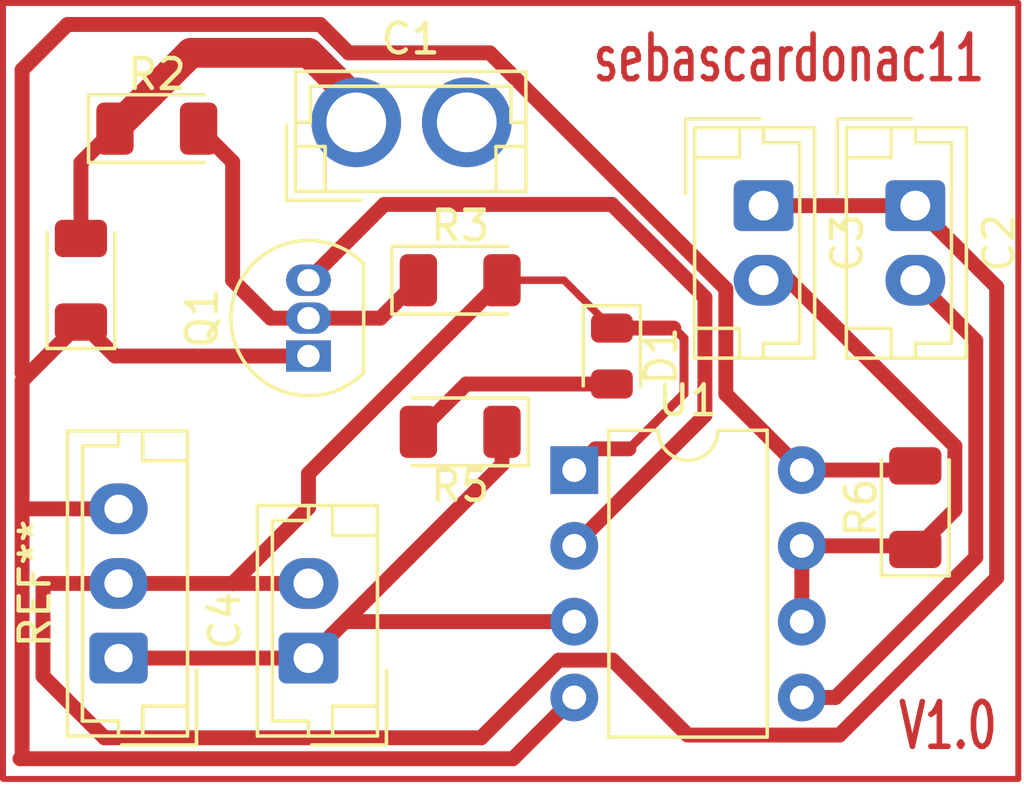
<source format=kicad_pcb>
(kicad_pcb (version 20221018) (generator pcbnew)
  (layers (0 "F.Cu" signal) (31 "B.Cu" signal) (34 "B.Paste" user) (35 "F.Paste" user) (36 "B.SilkS" user "B.Silkscreen") (37 "F.SilkS" user "F.Silkscreen") (38 "B.Mask" user) (39 "F.Mask" user) (44 "Edge.Cuts" user))
  (net 0 "")
  (net 1 "Net-(C1-Pad1)")
  (net 3 "GND")
  (net 4 "Net-(U1-CV)")
  (net 5 "Net-(U1-DIS)")
  (net 6 "Net-(U1-Q)")
  (net 7 "Net-(D1-A)")
  (net 8 "+5V")
  (net 9 "Net-(Q1-E)")
  (footprint "Diode_SMD:D_1206_3216Metric" (layer "F.Cu") (at 29.91 22.29)
    (fp_text reference "R3" (at 0 -1.82) (layer "F.SilkS"))
    (fp_text value "20K")
    (fp_line (start -2.285 -1.135) (end -2.285 1.135) (stroke (width 0.12)) (layer "F.SilkS"))
    (fp_line (start -2.285 1.135) (end 1.6 1.135) (stroke (width 0.12)) (layer "F.SilkS"))
    (fp_line (start 1.6 -1.135) (end -2.285 -1.135) (stroke (width 0.12)) (layer "F.SilkS"))
    (pad "1" smd roundrect (at -1.4 0) (size 1.25 1.75) (layers "F.Cu" "F.Paste" "F.Mask") (roundrect_rratio 0.2) (net 1 "Net-(C1-Pad1)"))
    (pad "2" smd roundrect (at 1.4 0) (size 1.25 1.75) (layers "F.Cu" "F.Paste" "F.Mask") (roundrect_rratio 0.2) (net 3 "GND"))
  )
  (footprint "Package_DIP:DIP-8_W7.62mm" (layer "F.Cu") (at 33.73 28.65)
    (fp_text reference "U1" (at 3.81 -2.33) (layer "F.SilkS"))
    (fp_text value "NE555P")
    (fp_line (start 1.16 -1.33) (end 1.16 8.95) (stroke (width 0.12)) (layer "F.SilkS"))
    (fp_line (start 1.16 8.95) (end 6.46 8.95) (stroke (width 0.12)) (layer "F.SilkS"))
    (fp_line (start 2.81 -1.33) (end 1.16 -1.33) (stroke (width 0.12)) (layer "F.SilkS"))
    (fp_line (start 6.46 -1.33) (end 4.81 -1.33) (stroke (width 0.12)) (layer "F.SilkS"))
    (fp_line (start 6.46 8.95) (end 6.46 -1.33) (stroke (width 0.12)) (layer "F.SilkS"))
    (fp_arc (start 4.81 -1.33) (mid 3.81 -0.33) (end 2.81 -1.33) (stroke (width 0.12)) (layer "F.SilkS"))
    (pad "1" thru_hole rect (at 0 0) (size 1.6 1.6) (drill 0.8) (layers "*.Cu" "*.Mask") (net 3 "GND"))
    (pad "2" thru_hole oval (at 0 2.54) (size 1.6 1.6) (drill 0.8) (layers "*.Cu" "*.Mask") (net 9 "Net-(Q1-E)"))
    (pad "3" thru_hole oval (at 0 5.08) (size 1.6 1.6) (drill 0.8) (layers "*.Cu" "*.Mask") (net 6 "Net-(U1-Q)"))
    (pad "4" thru_hole oval (at 0 7.62) (size 1.6 1.6) (drill 0.8) (layers "*.Cu" "*.Mask") (net 8 "+5V"))
    (pad "5" thru_hole oval (at 7.62 7.62) (size 1.6 1.6) (drill 0.8) (layers "*.Cu" "*.Mask") (net 4 "Net-(U1-CV)"))
    (pad "6" thru_hole oval (at 7.62 5.08) (size 1.6 1.6) (drill 0.8) (layers "*.Cu" "*.Mask") (net 5 "Net-(U1-DIS)"))
    (pad "7" thru_hole oval (at 7.62 2.54) (size 1.6 1.6) (drill 0.8) (layers "*.Cu" "*.Mask") (net 5 "Net-(U1-DIS)"))
    (pad "8" thru_hole oval (at 7.62 0) (size 1.6 1.6) (drill 0.8) (layers "*.Cu" "*.Mask") (net 8 "+5V"))
  )
  (footprint "Connector_JST:JST_EH_B2B-EH-A_1x02_P2.50mm_Vertical" (layer "F.Cu") (at 24.83 34.95 90)
    (fp_text reference "C4" (at 1.25 -2.8 90) (layer "F.SilkS"))
    (fp_text value "100nF")
    (fp_line (start -2.91 0.11) (end -2.91 2.61) (stroke (width 0.12)) (layer "F.SilkS"))
    (fp_line (start -2.91 2.61) (end -0.41 2.61) (stroke (width 0.12)) (layer "F.SilkS"))
    (fp_line (start -2.61 -1.71) (end -2.61 2.31) (stroke (width 0.12)) (layer "F.SilkS"))
    (fp_line (start -2.61 0) (end -2.11 0) (stroke (width 0.12)) (layer "F.SilkS"))
    (fp_line (start -2.61 0.81) (end -1.61 0.81) (stroke (width 0.12)) (layer "F.SilkS"))
    (fp_line (start -2.61 2.31) (end 5.11 2.31) (stroke (width 0.12)) (layer "F.SilkS"))
    (fp_line (start -2.11 -1.21) (end 4.61 -1.21) (stroke (width 0.12)) (layer "F.SilkS"))
    (fp_line (start -2.11 0) (end -2.11 -1.21) (stroke (width 0.12)) (layer "F.SilkS"))
    (fp_line (start -1.61 0.81) (end -1.61 2.31) (stroke (width 0.12)) (layer "F.SilkS"))
    (fp_line (start 4.11 0.81) (end 4.11 2.31) (stroke (width 0.12)) (layer "F.SilkS"))
    (fp_line (start 4.61 -1.21) (end 4.61 0) (stroke (width 0.12)) (layer "F.SilkS"))
    (fp_line (start 4.61 0) (end 5.11 0) (stroke (width 0.12)) (layer "F.SilkS"))
    (fp_line (start 5.11 -1.71) (end -2.61 -1.71) (stroke (width 0.12)) (layer "F.SilkS"))
    (fp_line (start 5.11 0.81) (end 4.11 0.81) (stroke (width 0.12)) (layer "F.SilkS"))
    (fp_line (start 5.11 2.31) (end 5.11 -1.71) (stroke (width 0.12)) (layer "F.SilkS"))
    (pad "1" thru_hole roundrect (at 0 0 90) (size 1.7 2) (drill 1) (layers "*.Cu" "*.Mask") (roundrect_rratio 0.1470588235) (net 6 "Net-(U1-Q)"))
    (pad "2" thru_hole oval (at 2.5 0 90) (size 1.7 2) (drill 1) (layers "*.Cu" "*.Mask") (net 3 "GND"))
  )
  (footprint "Diode_SMD:D_1206_3216Metric" (layer "F.Cu") (at 45.15 29.91 90)
    (fp_text reference "R6" (at 0 -1.82 90) (layer "F.SilkS"))
    (fp_text value "17K")
    (fp_line (start -2.285 -1.135) (end -2.285 1.135) (stroke (width 0.12)) (layer "F.SilkS"))
    (fp_line (start -2.285 1.135) (end 1.6 1.135) (stroke (width 0.12)) (layer "F.SilkS"))
    (fp_line (start 1.6 -1.135) (end -2.285 -1.135) (stroke (width 0.12)) (layer "F.SilkS"))
    (pad "1" smd roundrect (at -1.4 0 90) (size 1.25 1.75) (layers "F.Cu" "F.Paste" "F.Mask") (roundrect_rratio 0.2) (net 5 "Net-(U1-DIS)"))
    (pad "2" smd roundrect (at 1.4 0 90) (size 1.25 1.75) (layers "F.Cu" "F.Paste" "F.Mask") (roundrect_rratio 0.2) (net 8 "+5V"))
  )
  (footprint "Package_TO_SOT_THT:TO-92_Inline" (layer "F.Cu") (at 24.83 24.83 90)
    (fp_text reference "Q1" (at 1.27 -3.56 90) (layer "F.SilkS"))
    (fp_text value "BC547")
    (fp_line (start -0.53 1.85) (end 3.07 1.85) (stroke (width 0.12)) (layer "F.SilkS"))
    (fp_arc (start -0.568478 1.838478) (mid -1.132087 -0.994977) (end 1.27 -2.6) (stroke (width 0.12)) (layer "F.SilkS"))
    (fp_arc (start 1.27 -2.6) (mid 3.672087 -0.994977) (end 3.108478 1.838478) (stroke (width 0.12)) (layer "F.SilkS"))
    (pad "1" thru_hole rect (at 0 0 90) (size 1.05 1.5) (drill 0.75) (layers "*.Cu" "*.Mask") (net 8 "+5V"))
    (pad "2" thru_hole oval (at 1.27 0 90) (size 1.05 1.5) (drill 0.75) (layers "*.Cu" "*.Mask") (net 1 "Net-(C1-Pad1)"))
    (pad "3" thru_hole oval (at 2.54 0 90) (size 1.05 1.5) (drill 0.75) (layers "*.Cu" "*.Mask") (net 9 "Net-(Q1-E)"))
  )
  (footprint "LED_SMD:LED_0805_2012Metric" (layer "F.Cu") (at 34.99 24.83 -90)
    (fp_text reference "D1" (at 0 -1.65 90) (layer "F.SilkS"))
    (fp_text value "LED")
    (fp_line (start -1.685 -0.96) (end -1.685 0.96) (stroke (width 0.12)) (layer "F.SilkS"))
    (fp_line (start -1.685 0.96) (end 1 0.96) (stroke (width 0.12)) (layer "F.SilkS"))
    (fp_line (start 1 -0.96) (end -1.685 -0.96) (stroke (width 0.12)) (layer "F.SilkS"))
    (pad "1" smd roundrect (at -0.9375 0 270) (size 0.975 1.4) (layers "F.Cu" "F.Paste" "F.Mask") (net 3 "GND"))
    (pad "2" smd roundrect (at 0.9375 0 270) (size 0.975 1.4) (layers "F.Cu" "F.Paste" "F.Mask") (net 7 "Net-(D1-A)"))
  )
  (footprint "Connector_JST:JST_EH_B2B-EH-A_1x02_P2.50mm_Vertical" (layer "F.Cu") (at 45.15 19.79 -90)
    (fp_text reference "C2" (at 1.25 -2.8 90) (layer "F.SilkS"))
    (fp_text value "100nF")
    (fp_line (start -2.91 0.11) (end -2.91 2.61) (stroke (width 0.12)) (layer "F.SilkS"))
    (fp_line (start -2.91 2.61) (end -0.41 2.61) (stroke (width 0.12)) (layer "F.SilkS"))
    (fp_line (start -2.61 -1.71) (end -2.61 2.31) (stroke (width 0.12)) (layer "F.SilkS"))
    (fp_line (start -2.61 0) (end -2.11 0) (stroke (width 0.12)) (layer "F.SilkS"))
    (fp_line (start -2.61 0.81) (end -1.61 0.81) (stroke (width 0.12)) (layer "F.SilkS"))
    (fp_line (start -2.61 2.31) (end 5.11 2.31) (stroke (width 0.12)) (layer "F.SilkS"))
    (fp_line (start -2.11 -1.21) (end 4.61 -1.21) (stroke (width 0.12)) (layer "F.SilkS"))
    (fp_line (start -2.11 0) (end -2.11 -1.21) (stroke (width 0.12)) (layer "F.SilkS"))
    (fp_line (start -1.61 0.81) (end -1.61 2.31) (stroke (width 0.12)) (layer "F.SilkS"))
    (fp_line (start 4.11 0.81) (end 4.11 2.31) (stroke (width 0.12)) (layer "F.SilkS"))
    (fp_line (start 4.61 -1.21) (end 4.61 0) (stroke (width 0.12)) (layer "F.SilkS"))
    (fp_line (start 4.61 0) (end 5.11 0) (stroke (width 0.12)) (layer "F.SilkS"))
    (fp_line (start 5.11 -1.71) (end -2.61 -1.71) (stroke (width 0.12)) (layer "F.SilkS"))
    (fp_line (start 5.11 0.81) (end 4.11 0.81) (stroke (width 0.12)) (layer "F.SilkS"))
    (fp_line (start 5.11 2.31) (end 5.11 -1.71) (stroke (width 0.12)) (layer "F.SilkS"))
    (pad "1" thru_hole roundrect (at 0 0 270) (size 1.7 2) (drill 1) (layers "*.Cu" "*.Mask") (roundrect_rratio 0.1470588235) (net 3 "GND"))
    (pad "2" thru_hole oval (at 2.5 0 270) (size 1.7 2) (drill 1) (layers "*.Cu" "*.Mask") (net 4 "Net-(U1-CV)"))
  )
  (footprint "Diode_SMD:D_1206_3216Metric" (layer "F.Cu") (at 29.91 27.37 180)
    (fp_text reference "R5" (at 0 -1.82) (layer "F.SilkS"))
    (fp_text value "220")
    (fp_line (start -2.285 -1.135) (end -2.285 1.135) (stroke (width 0.12)) (layer "F.SilkS"))
    (fp_line (start -2.285 1.135) (end 1.6 1.135) (stroke (width 0.12)) (layer "F.SilkS"))
    (fp_line (start 1.6 -1.135) (end -2.285 -1.135) (stroke (width 0.12)) (layer "F.SilkS"))
    (pad "1" smd roundrect (at -1.4 0 180) (size 1.25 1.75) (layers "F.Cu" "F.Paste" "F.Mask") (roundrect_rratio 0.2) (net 6 "Net-(U1-Q)"))
    (pad "2" smd roundrect (at 1.4 0 180) (size 1.25 1.75) (layers "F.Cu" "F.Paste" "F.Mask") (roundrect_rratio 0.2) (net 7 "Net-(D1-A)"))
  )
  (footprint "Diode_SMD:D_1206_3216Metric" (layer "F.Cu") (at 19.75 17.21)
    (fp_text reference "R2" (at 0 -1.82) (layer "F.SilkS"))
    (fp_text value "10K")
    (fp_line (start -2.285 -1.135) (end -2.285 1.135) (stroke (width 0.12)) (layer "F.SilkS"))
    (fp_line (start -2.285 1.135) (end 1.6 1.135) (stroke (width 0.12)) (layer "F.SilkS"))
    (fp_line (start 1.6 -1.135) (end -2.285 -1.135) (stroke (width 0.12)) (layer "F.SilkS"))
    (pad "1" smd roundrect (at -1.4 0) (size 1.25 1.75) (layers "F.Cu" "F.Paste" "F.Mask") (roundrect_rratio 0.2) (net 1 "Net-(C1-Pad1)"))
    (pad "2" smd roundrect (at 1.4 0) (size 1.25 1.75) (layers "F.Cu" "F.Paste" "F.Mask") (roundrect_rratio 0.2) (net 1 "Net-(C1-Pad1)"))
  )
  (footprint "Connector_JST:JST_EH_B2B-EH-A_1x02_P2.50mm_Vertical" (layer "F.Cu") (at 40.07 19.79 -90)
    (fp_text reference "C3" (at 1.25 -2.8 90) (layer "F.SilkS"))
    (fp_text value "100nF")
    (fp_line (start -2.91 0.11) (end -2.91 2.61) (stroke (width 0.12)) (layer "F.SilkS"))
    (fp_line (start -2.91 2.61) (end -0.41 2.61) (stroke (width 0.12)) (layer "F.SilkS"))
    (fp_line (start -2.61 -1.71) (end -2.61 2.31) (stroke (width 0.12)) (layer "F.SilkS"))
    (fp_line (start -2.61 0) (end -2.11 0) (stroke (width 0.12)) (layer "F.SilkS"))
    (fp_line (start -2.61 0.81) (end -1.61 0.81) (stroke (width 0.12)) (layer "F.SilkS"))
    (fp_line (start -2.61 2.31) (end 5.11 2.31) (stroke (width 0.12)) (layer "F.SilkS"))
    (fp_line (start -2.11 -1.21) (end 4.61 -1.21) (stroke (width 0.12)) (layer "F.SilkS"))
    (fp_line (start -2.11 0) (end -2.11 -1.21) (stroke (width 0.12)) (layer "F.SilkS"))
    (fp_line (start -1.61 0.81) (end -1.61 2.31) (stroke (width 0.12)) (layer "F.SilkS"))
    (fp_line (start 4.11 0.81) (end 4.11 2.31) (stroke (width 0.12)) (layer "F.SilkS"))
    (fp_line (start 4.61 -1.21) (end 4.61 0) (stroke (width 0.12)) (layer "F.SilkS"))
    (fp_line (start 4.61 0) (end 5.11 0) (stroke (width 0.12)) (layer "F.SilkS"))
    (fp_line (start 5.11 -1.71) (end -2.61 -1.71) (stroke (width 0.12)) (layer "F.SilkS"))
    (fp_line (start 5.11 0.81) (end 4.11 0.81) (stroke (width 0.12)) (layer "F.SilkS"))
    (fp_line (start 5.11 2.31) (end 5.11 -1.71) (stroke (width 0.12)) (layer "F.SilkS"))
    (pad "1" thru_hole roundrect (at 0 0 270) (size 1.7 2) (drill 1) (layers "*.Cu" "*.Mask") (roundrect_rratio 0.1470588235) (net 3 "GND"))
    (pad "2" thru_hole oval (at 2.5 0 270) (size 1.7 2) (drill 1) (layers "*.Cu" "*.Mask") (net 5 "Net-(U1-DIS)"))
  )
  (footprint "Diode_SMD:D_1206_3216Metric" (layer "F.Cu") (at 17.21 22.29 90)
    (fp_text reference "R1" hide)
    (fp_text value "10K")
    (fp_line (start -2.285 -1.135) (end -2.285 1.135) (stroke (width 0.12)) (layer "F.SilkS"))
    (fp_line (start -2.285 1.135) (end 1.6 1.135) (stroke (width 0.12)) (layer "F.SilkS"))
    (fp_line (start 1.6 -1.135) (end -2.285 -1.135) (stroke (width 0.12)) (layer "F.SilkS"))
    (pad "1" smd roundrect (at -1.4 0 90) (size 1.25 1.75) (layers "F.Cu" "F.Paste" "F.Mask") (roundrect_rratio 0.2) (net 8 "+5V"))
    (pad "2" smd roundrect (at 1.4 0 90) (size 1.25 1.75) (layers "F.Cu" "F.Paste" "F.Mask") (roundrect_rratio 0.2) (net 1 "Net-(C1-Pad1)"))
  )
  (footprint "Connector_JST:JST_EH_B3B-EH-A_1x03_P2.50mm_Vertical" (layer "F.Cu") (at 18.47 34.95 90)
    (fp_text reference "REF**" (at 2.5 -2.8 90) (layer "F.SilkS"))
    (fp_text value ".")
    (fp_line (start -2.91 0.11) (end -2.91 2.61) (stroke (width 0.12)) (layer "F.SilkS"))
    (fp_line (start -2.91 2.61) (end -0.41 2.61) (stroke (width 0.12)) (layer "F.SilkS"))
    (fp_line (start -2.61 -1.71) (end -2.61 2.31) (stroke (width 0.12)) (layer "F.SilkS"))
    (fp_line (start -2.61 0) (end -2.11 0) (stroke (width 0.12)) (layer "F.SilkS"))
    (fp_line (start -2.61 0.81) (end -1.61 0.81) (stroke (width 0.12)) (layer "F.SilkS"))
    (fp_line (start -2.61 2.31) (end 7.61 2.31) (stroke (width 0.12)) (layer "F.SilkS"))
    (fp_line (start -2.11 -1.21) (end 7.11 -1.21) (stroke (width 0.12)) (layer "F.SilkS"))
    (fp_line (start -2.11 0) (end -2.11 -1.21) (stroke (width 0.12)) (layer "F.SilkS"))
    (fp_line (start -1.61 0.81) (end -1.61 2.31) (stroke (width 0.12)) (layer "F.SilkS"))
    (fp_line (start 6.61 0.81) (end 6.61 2.31) (stroke (width 0.12)) (layer "F.SilkS"))
    (fp_line (start 7.11 -1.21) (end 7.11 0) (stroke (width 0.12)) (layer "F.SilkS"))
    (fp_line (start 7.11 0) (end 7.61 0) (stroke (width 0.12)) (layer "F.SilkS"))
    (fp_line (start 7.61 -1.71) (end -2.61 -1.71) (stroke (width 0.12)) (layer "F.SilkS"))
    (fp_line (start 7.61 0.81) (end 6.61 0.81) (stroke (width 0.12)) (layer "F.SilkS"))
    (fp_line (start 7.61 2.31) (end 7.61 -1.71) (stroke (width 0.12)) (layer "F.SilkS"))
    (pad "1" thru_hole roundrect (at 0 0 90) (size 1.7 1.95) (drill 0.95) (layers "*.Cu" "*.Mask") (roundrect_rratio 0.1470588235) (net 6 "Net-(U1-Q)"))
    (pad "2" thru_hole oval (at 2.5 0 90) (size 1.7 1.95) (drill 0.95) (layers "*.Cu" "*.Mask") (net 3 "GND"))
    (pad "3" thru_hole oval (at 5 0 90) (size 1.7 1.95) (drill 0.95) (layers "*.Cu" "*.Mask") (net 8 "+5V"))
  )
  (footprint "Connector_JST:JST_EH_B2B-EH-A_1x02_P2.50mm_Vertical" (layer "F.Cu") (at 27 17)
    (fp_text reference "C1" (at 1.25 -2.8) (layer "F.SilkS"))
    (fp_text value "C")
    (fp_line (start -2.91 0.11) (end -2.91 2.61) (stroke (width 0.12)) (layer "F.SilkS"))
    (fp_line (start -2.91 2.61) (end -0.41 2.61) (stroke (width 0.12)) (layer "F.SilkS"))
    (fp_line (start -2.61 -1.71) (end -2.61 2.31) (stroke (width 0.12)) (layer "F.SilkS"))
    (fp_line (start -2.61 0) (end -2.11 0) (stroke (width 0.12)) (layer "F.SilkS"))
    (fp_line (start -2.61 0.81) (end -1.61 0.81) (stroke (width 0.12)) (layer "F.SilkS"))
    (fp_line (start -2.61 2.31) (end 5.11 2.31) (stroke (width 0.12)) (layer "F.SilkS"))
    (fp_line (start -2.11 -1.21) (end 4.61 -1.21) (stroke (width 0.12)) (layer "F.SilkS"))
    (fp_line (start -2.11 0) (end -2.11 -1.21) (stroke (width 0.12)) (layer "F.SilkS"))
    (fp_line (start -1.61 0.81) (end -1.61 2.31) (stroke (width 0.12)) (layer "F.SilkS"))
    (fp_line (start 4.11 0.81) (end 4.11 2.31) (stroke (width 0.12)) (layer "F.SilkS"))
    (fp_line (start 4.61 -1.21) (end 4.61 0) (stroke (width 0.12)) (layer "F.SilkS"))
    (fp_line (start 4.61 0) (end 5.11 0) (stroke (width 0.12)) (layer "F.SilkS"))
    (fp_line (start 5.11 -1.71) (end -2.61 -1.71) (stroke (width 0.12)) (layer "F.SilkS"))
    (fp_line (start 5.11 0.81) (end 4.11 0.81) (stroke (width 0.12)) (layer "F.SilkS"))
    (fp_line (start 5.11 2.31) (end 5.11 -1.71) (stroke (width 0.12)) (layer "F.SilkS"))
    (pad "1" thru_hole circle (at -0.57 0) (size 3 3) (drill 2) (layers "*.Cu" "*.Mask") (net 1 "Net-(C1-Pad1)"))
    (pad "2" thru_hole circle (at 3.13 0) (size 3 3) (drill 2) (layers "*.Cu" "*.Mask"))
  )
  (gr_rect (start 14.6 13) (end 48.6 39) (stroke (width 0.2)) (fill none) (layer "F.Cu"))
  (gr_text "V1.0" (at 44.5 38.1) (layer "F.Cu") (effects (font (size 1.5 1) (thickness 0.1875)) (justify left bottom)))
  (gr_text "sebascardonac11" (at 34.27 15.73) (layer "F.Cu") (effects (font (size 1.5 1) (thickness 0.1875)) (justify left bottom)))
  (segment (start 22.29 18.322918) (end 22.29 22.29) (width 0.5) (layer "F.Cu") (net 1))
  (segment (start 17.21 18.35) (end 18.35 17.21) (width 0.5) (layer "F.Cu") (net 1))
  (segment (start 23.56 23.56) (end 24.83 23.56) (width 0.5) (layer "F.Cu") (net 1))
  (segment (start 20.89 14.67) (end 24.83 14.67) (width 1) (layer "F.Cu") (net 1))
  (segment (start 27.24 23.56) (end 28.51 22.29) (width 0.5) (layer "F.Cu") (net 1))
  (segment (start 17.21 20.89) (end 17.21 18.35) (width 0.5) (layer "F.Cu") (net 1))
  (segment (start 21.15 17.21) (end 21.177082 17.21) (width 0.25) (layer "F.Cu") (net 1))
  (segment (start 24.83 14.67) (end 27.37 17.21) (width 1) (layer "F.Cu") (net 1))
  (segment (start 19.55 16.01) (end 20.89 14.67) (width 1) (layer "F.Cu") (net 1))
  (segment (start 24.83 23.56) (end 27.24 23.56) (width 0.5) (layer "F.Cu") (net 1))
  (segment (start 22.29 22.29) (end 23.56 23.56) (width 0.5) (layer "F.Cu") (net 1))
  (segment (start 21.177082 17.21) (end 22.29 18.322918) (width 0.5) (layer "F.Cu") (net 1))
  (segment (start 18.35 17.21) (end 19.55 16.01) (width 1) (layer "F.Cu") (net 1))
  (segment (start 24.83 28.77) (end 24.83 29.91) (width 0.5) (layer "F.Cu") (net 3))
  (segment (start 24.83 28.77) (end 31.31 22.29) (width 0.5) (layer "F.Cu") (net 3))
  (segment (start 18.47 32.45) (end 15.94 32.45) (width 0.5) (layer "F.Cu") (net 3))
  (segment (start 24.83 29.91) (end 22.29 32.45) (width 0.5) (layer "F.Cu") (net 3))
  (segment (start 37.53 37.53) (end 42.61 37.53) (width 0.5) (layer "F.Cu") (net 3))
  (segment (start 31.31 22.29) (end 33.3875 22.29) (width 0.25) (layer "F.Cu") (net 3))
  (segment (start 37.405 26.095) (end 37.405 24.23625) (width 0.3) (layer "F.Cu") (net 3))
  (segment (start 42.61 37.53) (end 47.875 32.265) (width 0.5) (layer "F.Cu") (net 3))
  (segment (start 30.61 37.622233) (end 33.212233 35.02) (width 0.5) (layer "F.Cu") (net 3))
  (segment (start 37.405 24.23625) (end 37.06125 23.8925) (width 0.3) (layer "F.Cu") (net 3))
  (segment (start 35.02 35.02) (end 37.53 37.53) (width 0.5) (layer "F.Cu") (net 3))
  (segment (start 47.875 22.515) (end 45.15 19.79) (width 0.5) (layer "F.Cu") (net 3))
  (segment (start 33.3875 22.29) (end 34.99 23.8925) (width 0.25) (layer "F.Cu") (net 3))
  (segment (start 24.83 32.45) (end 22.29 32.45) (width 0.5) (layer "F.Cu") (net 3))
  (segment (start 37.06125 23.8925) (end 34.99 23.8925) (width 0.5) (layer "F.Cu") (net 3))
  (segment (start 33.73 28.65) (end 34.44 27.94) (width 0.5) (layer "F.Cu") (net 3))
  (segment (start 15.94 35.56) (end 18.002233 37.622233) (width 0.5) (layer "F.Cu") (net 3))
  (segment (start 34.44 27.94) (end 35.56 27.94) (width 0.5) (layer "F.Cu") (net 3))
  (segment (start 15.94 32.45) (end 15.94 35.56) (width 0.5) (layer "F.Cu") (net 3))
  (segment (start 22.29 32.45) (end 18.47 32.45) (width 0.5) (layer "F.Cu") (net 3))
  (segment (start 40.07 19.79) (end 45.15 19.79) (width 0.5) (layer "F.Cu") (net 3))
  (segment (start 35.56 27.94) (end 37.405 26.095) (width 0.3) (layer "F.Cu") (net 3))
  (segment (start 47.875 32.265) (end 47.875 22.515) (width 0.5) (layer "F.Cu") (net 3))
  (segment (start 33.212233 35.02) (end 35.02 35.02) (width 0.5) (layer "F.Cu") (net 3))
  (segment (start 18.002233 37.622233) (end 30.61 37.622233) (width 0.5) (layer "F.Cu") (net 3))
  (segment (start 47.175 31.57637) (end 47.175 24.315) (width 0.5) (layer "F.Cu") (net 4))
  (segment (start 47.175 24.315) (end 45.15 22.29) (width 0.5) (layer "F.Cu") (net 4))
  (segment (start 45.17 22.27) (end 45.15 22.25) (width 0.5) (layer "F.Cu") (net 4))
  (segment (start 42.48137 36.27) (end 41.35 36.27) (width 0.5) (layer "F.Cu") (net 4))
  (segment (start 42.48137 36.27) (end 47.175 31.57637) (width 0.5) (layer "F.Cu") (net 4))
  (segment (start 45.15 22.29) (end 45.17 22.27) (width 0.25) (layer "F.Cu") (net 4))
  (segment (start 40.919949 22.29) (end 40.07 22.29) (width 0.5) (layer "F.Cu") (net 5))
  (segment (start 46.475 27.845051) (end 40.919949 22.29) (width 0.5) (layer "F.Cu") (net 5))
  (segment (start 45.15 31.31) (end 46.475 29.985) (width 0.5) (layer "F.Cu") (net 5))
  (segment (start 45.03 31.19) (end 45.15 31.31) (width 0.5) (layer "F.Cu") (net 5))
  (segment (start 41.35 31.19) (end 45.03 31.19) (width 0.5) (layer "F.Cu") (net 5))
  (segment (start 46.475 29.985) (end 46.475 27.845051) (width 0.5) (layer "F.Cu") (net 5))
  (segment (start 41.35 33.73) (end 41.35 31.19) (width 0.5) (layer "F.Cu") (net 5))
  (segment (start 18.47 34.95) (end 24.83 34.95) (width 0.5) (layer "F.Cu") (net 6))
  (segment (start 24.83 34.95) (end 31.31 28.47) (width 0.5) (layer "F.Cu") (net 6))
  (segment (start 33.73 33.73) (end 26.05 33.73) (width 0.5) (layer "F.Cu") (net 6))
  (segment (start 31.31 28.47) (end 31.31 27.37) (width 0.5) (layer "F.Cu") (net 6))
  (segment (start 26.05 33.73) (end 24.83 34.95) (width 0.25) (layer "F.Cu") (net 6))
  (segment (start 30.1125 25.7675) (end 28.51 27.37) (width 0.5) (layer "F.Cu") (net 7))
  (segment (start 28.51 27.1675) (end 28.51 27.37) (width 0.25) (layer "F.Cu") (net 7))
  (segment (start 34.99 25.7675) (end 30.1125 25.7675) (width 0.5) (layer "F.Cu") (net 7))
  (segment (start 16.07 24.83) (end 15.37 25.53) (width 0.5) (layer "F.Cu") (net 8))
  (segment (start 38.805 22.575051) (end 30.899949 14.67) (width 0.5) (layer "F.Cu") (net 8))
  (segment (start 30.899949 14.67) (end 26.173502 14.67) (width 0.5) (layer "F.Cu") (net 8))
  (segment (start 15.24 29.95) (end 18.47 29.95) (width 0.5) (layer "F.Cu") (net 8))
  (segment (start 15.24 25.4) (end 15.37 25.53) (width 0.5) (layer "F.Cu") (net 8))
  (segment (start 15.24 15.24) (end 15.24 25.4) (width 0.5) (layer "F.Cu") (net 8))
  (segment (start 26.173502 14.67) (end 25.223502 13.72) (width 0.5) (layer "F.Cu") (net 8))
  (segment (start 15.89 29.95) (end 15.24 29.95) (width 0.25) (layer "F.Cu") (net 8))
  (segment (start 15.37 25.53) (end 15.24 25.66) (width 0.5) (layer "F.Cu") (net 8))
  (segment (start 15.24 25.66) (end 15.24 38.254516) (width 0.5) (layer "F.Cu") (net 8))
  (segment (start 16.76 13.72) (end 15.24 15.24) (width 0.5) (layer "F.Cu") (net 8))
  (segment (start 15.24 38.254516) (end 15.172283 38.322233) (width 0.5) (layer "F.Cu") (net 8))
  (segment (start 31.677767 38.322233) (end 33.73 36.27) (width 0.5) (layer "F.Cu") (net 8))
  (segment (start 41.35 28.65) (end 45.01 28.65) (width 0.5) (layer "F.Cu") (net 8))
  (segment (start 41.35 28.65) (end 38.805 26.105) (width 0.5) (layer "F.Cu") (net 8))
  (segment (start 25.223502 13.72) (end 16.76 13.72) (width 0.5) (layer "F.Cu") (net 8))
  (segment (start 45.01 28.65) (end 45.15 28.51) (width 0.25) (layer "F.Cu") (net 8))
  (segment (start 18.35 24.83) (end 24.83 24.83) (width 0.5) (layer "F.Cu") (net 8))
  (segment (start 15.172283 38.322233) (end 31.677767 38.322233) (width 0.5) (layer "F.Cu") (net 8))
  (segment (start 15.93 29.91) (end 15.89 29.95) (width 0.25) (layer "F.Cu") (net 8))
  (segment (start 16.07 24.83) (end 17.21 23.69) (width 0.5) (layer "F.Cu") (net 8))
  (segment (start 17.21 23.69) (end 18.35 24.83) (width 0.5) (layer "F.Cu") (net 8))
  (segment (start 38.805 26.105) (end 38.805 22.575051) (width 0.5) (layer "F.Cu") (net 8))
  (segment (start 38.105 22.865) (end 38.105 26.815) (width 0.5) (layer "F.Cu") (net 9))
  (segment (start 24.83 22.29) (end 27.37 19.75) (width 0.5) (layer "F.Cu") (net 9))
  (segment (start 34.99 19.75) (end 38.105 22.865) (width 0.5) (layer "F.Cu") (net 9))
  (segment (start 38.105 26.815) (end 33.73 31.19) (width 0.5) (layer "F.Cu") (net 9))
  (segment (start 27.37 19.75) (end 34.99 19.75) (width 0.5) (layer "F.Cu") (net 9))
)
</source>
